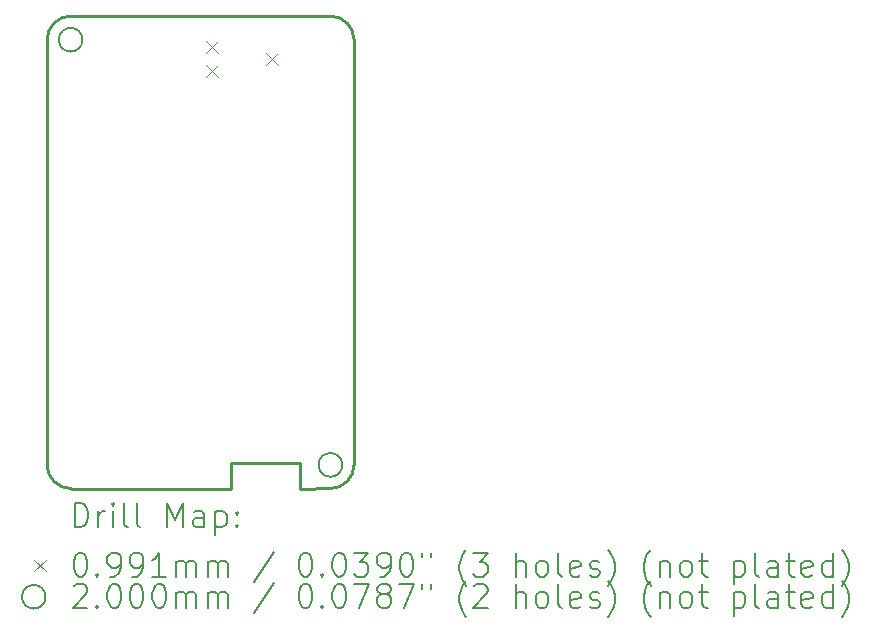
<source format=gbr>
%TF.GenerationSoftware,KiCad,Pcbnew,7.0.1*%
%TF.CreationDate,2024-08-21T14:43:36+02:00*%
%TF.ProjectId,renforce-ecg,72656e66-6f72-4636-952d-6563672e6b69,1*%
%TF.SameCoordinates,Original*%
%TF.FileFunction,Drillmap*%
%TF.FilePolarity,Positive*%
%FSLAX45Y45*%
G04 Gerber Fmt 4.5, Leading zero omitted, Abs format (unit mm)*
G04 Created by KiCad (PCBNEW 7.0.1) date 2024-08-21 14:43:36*
%MOMM*%
%LPD*%
G01*
G04 APERTURE LIST*
%ADD10C,0.254000*%
%ADD11C,0.200000*%
%ADD12C,0.099100*%
G04 APERTURE END LIST*
D10*
X5599997Y-2600198D02*
X5600000Y-6200000D01*
X5144400Y-6182950D02*
X4560000Y-6182950D01*
X5144400Y-6182950D02*
X5144400Y-6400000D01*
X3000304Y-6199700D02*
G75*
G03*
X3200000Y-6400000I201866J1560D01*
G01*
X5399700Y-6399700D02*
X5144400Y-6400000D01*
X5399700Y-6399696D02*
G75*
G03*
X5600000Y-6200000I-1560J201866D01*
G01*
X5400297Y-2399898D02*
X3791300Y-2399900D01*
X4560000Y-6400000D02*
X3200000Y-6400000D01*
X3000300Y-2600200D02*
X3000300Y-6199700D01*
X3200000Y-2400003D02*
G75*
G03*
X3000300Y-2600200I1560J-201257D01*
G01*
X3791300Y-2399900D02*
X3352900Y-2399900D01*
X3352900Y-2399900D02*
X3200000Y-2400000D01*
X4560000Y-6182950D02*
X4560000Y-6400000D01*
X5599988Y-2600198D02*
G75*
G03*
X5400297Y-2399898I-201868J-1562D01*
G01*
D11*
D12*
X4346953Y-2614552D02*
X4446053Y-2713652D01*
X4446053Y-2614552D02*
X4346953Y-2713652D01*
X4346953Y-2817752D02*
X4446053Y-2916852D01*
X4446053Y-2817752D02*
X4346953Y-2916852D01*
X4854953Y-2716152D02*
X4954053Y-2815252D01*
X4954053Y-2716152D02*
X4854953Y-2815252D01*
D11*
X3299997Y-2600198D02*
G75*
G03*
X3299997Y-2600198I-100000J0D01*
G01*
X5499697Y-6199998D02*
G75*
G03*
X5499697Y-6199998I-100000J0D01*
G01*
X3235219Y-6725224D02*
X3235219Y-6525224D01*
X3235219Y-6525224D02*
X3282838Y-6525224D01*
X3282838Y-6525224D02*
X3311409Y-6534748D01*
X3311409Y-6534748D02*
X3330457Y-6553795D01*
X3330457Y-6553795D02*
X3339981Y-6572843D01*
X3339981Y-6572843D02*
X3349505Y-6610938D01*
X3349505Y-6610938D02*
X3349505Y-6639509D01*
X3349505Y-6639509D02*
X3339981Y-6677605D01*
X3339981Y-6677605D02*
X3330457Y-6696652D01*
X3330457Y-6696652D02*
X3311409Y-6715700D01*
X3311409Y-6715700D02*
X3282838Y-6725224D01*
X3282838Y-6725224D02*
X3235219Y-6725224D01*
X3435219Y-6725224D02*
X3435219Y-6591890D01*
X3435219Y-6629986D02*
X3444743Y-6610938D01*
X3444743Y-6610938D02*
X3454267Y-6601414D01*
X3454267Y-6601414D02*
X3473314Y-6591890D01*
X3473314Y-6591890D02*
X3492362Y-6591890D01*
X3559028Y-6725224D02*
X3559028Y-6591890D01*
X3559028Y-6525224D02*
X3549505Y-6534748D01*
X3549505Y-6534748D02*
X3559028Y-6544271D01*
X3559028Y-6544271D02*
X3568552Y-6534748D01*
X3568552Y-6534748D02*
X3559028Y-6525224D01*
X3559028Y-6525224D02*
X3559028Y-6544271D01*
X3682838Y-6725224D02*
X3663790Y-6715700D01*
X3663790Y-6715700D02*
X3654267Y-6696652D01*
X3654267Y-6696652D02*
X3654267Y-6525224D01*
X3787600Y-6725224D02*
X3768552Y-6715700D01*
X3768552Y-6715700D02*
X3759028Y-6696652D01*
X3759028Y-6696652D02*
X3759028Y-6525224D01*
X4016171Y-6725224D02*
X4016171Y-6525224D01*
X4016171Y-6525224D02*
X4082838Y-6668081D01*
X4082838Y-6668081D02*
X4149505Y-6525224D01*
X4149505Y-6525224D02*
X4149505Y-6725224D01*
X4330457Y-6725224D02*
X4330457Y-6620462D01*
X4330457Y-6620462D02*
X4320933Y-6601414D01*
X4320933Y-6601414D02*
X4301886Y-6591890D01*
X4301886Y-6591890D02*
X4263790Y-6591890D01*
X4263790Y-6591890D02*
X4244743Y-6601414D01*
X4330457Y-6715700D02*
X4311410Y-6725224D01*
X4311410Y-6725224D02*
X4263790Y-6725224D01*
X4263790Y-6725224D02*
X4244743Y-6715700D01*
X4244743Y-6715700D02*
X4235219Y-6696652D01*
X4235219Y-6696652D02*
X4235219Y-6677605D01*
X4235219Y-6677605D02*
X4244743Y-6658557D01*
X4244743Y-6658557D02*
X4263790Y-6649033D01*
X4263790Y-6649033D02*
X4311410Y-6649033D01*
X4311410Y-6649033D02*
X4330457Y-6639509D01*
X4425695Y-6591890D02*
X4425695Y-6791890D01*
X4425695Y-6601414D02*
X4444743Y-6591890D01*
X4444743Y-6591890D02*
X4482838Y-6591890D01*
X4482838Y-6591890D02*
X4501886Y-6601414D01*
X4501886Y-6601414D02*
X4511410Y-6610938D01*
X4511410Y-6610938D02*
X4520933Y-6629986D01*
X4520933Y-6629986D02*
X4520933Y-6687128D01*
X4520933Y-6687128D02*
X4511410Y-6706176D01*
X4511410Y-6706176D02*
X4501886Y-6715700D01*
X4501886Y-6715700D02*
X4482838Y-6725224D01*
X4482838Y-6725224D02*
X4444743Y-6725224D01*
X4444743Y-6725224D02*
X4425695Y-6715700D01*
X4606648Y-6706176D02*
X4616171Y-6715700D01*
X4616171Y-6715700D02*
X4606648Y-6725224D01*
X4606648Y-6725224D02*
X4597124Y-6715700D01*
X4597124Y-6715700D02*
X4606648Y-6706176D01*
X4606648Y-6706176D02*
X4606648Y-6725224D01*
X4606648Y-6601414D02*
X4616171Y-6610938D01*
X4616171Y-6610938D02*
X4606648Y-6620462D01*
X4606648Y-6620462D02*
X4597124Y-6610938D01*
X4597124Y-6610938D02*
X4606648Y-6601414D01*
X4606648Y-6601414D02*
X4606648Y-6620462D01*
D12*
X2888500Y-7003150D02*
X2987600Y-7102250D01*
X2987600Y-7003150D02*
X2888500Y-7102250D01*
D11*
X3273314Y-6945224D02*
X3292362Y-6945224D01*
X3292362Y-6945224D02*
X3311409Y-6954748D01*
X3311409Y-6954748D02*
X3320933Y-6964271D01*
X3320933Y-6964271D02*
X3330457Y-6983319D01*
X3330457Y-6983319D02*
X3339981Y-7021414D01*
X3339981Y-7021414D02*
X3339981Y-7069033D01*
X3339981Y-7069033D02*
X3330457Y-7107128D01*
X3330457Y-7107128D02*
X3320933Y-7126176D01*
X3320933Y-7126176D02*
X3311409Y-7135700D01*
X3311409Y-7135700D02*
X3292362Y-7145224D01*
X3292362Y-7145224D02*
X3273314Y-7145224D01*
X3273314Y-7145224D02*
X3254267Y-7135700D01*
X3254267Y-7135700D02*
X3244743Y-7126176D01*
X3244743Y-7126176D02*
X3235219Y-7107128D01*
X3235219Y-7107128D02*
X3225695Y-7069033D01*
X3225695Y-7069033D02*
X3225695Y-7021414D01*
X3225695Y-7021414D02*
X3235219Y-6983319D01*
X3235219Y-6983319D02*
X3244743Y-6964271D01*
X3244743Y-6964271D02*
X3254267Y-6954748D01*
X3254267Y-6954748D02*
X3273314Y-6945224D01*
X3425695Y-7126176D02*
X3435219Y-7135700D01*
X3435219Y-7135700D02*
X3425695Y-7145224D01*
X3425695Y-7145224D02*
X3416171Y-7135700D01*
X3416171Y-7135700D02*
X3425695Y-7126176D01*
X3425695Y-7126176D02*
X3425695Y-7145224D01*
X3530457Y-7145224D02*
X3568552Y-7145224D01*
X3568552Y-7145224D02*
X3587600Y-7135700D01*
X3587600Y-7135700D02*
X3597124Y-7126176D01*
X3597124Y-7126176D02*
X3616171Y-7097605D01*
X3616171Y-7097605D02*
X3625695Y-7059509D01*
X3625695Y-7059509D02*
X3625695Y-6983319D01*
X3625695Y-6983319D02*
X3616171Y-6964271D01*
X3616171Y-6964271D02*
X3606648Y-6954748D01*
X3606648Y-6954748D02*
X3587600Y-6945224D01*
X3587600Y-6945224D02*
X3549505Y-6945224D01*
X3549505Y-6945224D02*
X3530457Y-6954748D01*
X3530457Y-6954748D02*
X3520933Y-6964271D01*
X3520933Y-6964271D02*
X3511409Y-6983319D01*
X3511409Y-6983319D02*
X3511409Y-7030938D01*
X3511409Y-7030938D02*
X3520933Y-7049986D01*
X3520933Y-7049986D02*
X3530457Y-7059509D01*
X3530457Y-7059509D02*
X3549505Y-7069033D01*
X3549505Y-7069033D02*
X3587600Y-7069033D01*
X3587600Y-7069033D02*
X3606648Y-7059509D01*
X3606648Y-7059509D02*
X3616171Y-7049986D01*
X3616171Y-7049986D02*
X3625695Y-7030938D01*
X3720933Y-7145224D02*
X3759028Y-7145224D01*
X3759028Y-7145224D02*
X3778076Y-7135700D01*
X3778076Y-7135700D02*
X3787600Y-7126176D01*
X3787600Y-7126176D02*
X3806648Y-7097605D01*
X3806648Y-7097605D02*
X3816171Y-7059509D01*
X3816171Y-7059509D02*
X3816171Y-6983319D01*
X3816171Y-6983319D02*
X3806648Y-6964271D01*
X3806648Y-6964271D02*
X3797124Y-6954748D01*
X3797124Y-6954748D02*
X3778076Y-6945224D01*
X3778076Y-6945224D02*
X3739981Y-6945224D01*
X3739981Y-6945224D02*
X3720933Y-6954748D01*
X3720933Y-6954748D02*
X3711409Y-6964271D01*
X3711409Y-6964271D02*
X3701886Y-6983319D01*
X3701886Y-6983319D02*
X3701886Y-7030938D01*
X3701886Y-7030938D02*
X3711409Y-7049986D01*
X3711409Y-7049986D02*
X3720933Y-7059509D01*
X3720933Y-7059509D02*
X3739981Y-7069033D01*
X3739981Y-7069033D02*
X3778076Y-7069033D01*
X3778076Y-7069033D02*
X3797124Y-7059509D01*
X3797124Y-7059509D02*
X3806648Y-7049986D01*
X3806648Y-7049986D02*
X3816171Y-7030938D01*
X4006648Y-7145224D02*
X3892362Y-7145224D01*
X3949505Y-7145224D02*
X3949505Y-6945224D01*
X3949505Y-6945224D02*
X3930457Y-6973795D01*
X3930457Y-6973795D02*
X3911409Y-6992843D01*
X3911409Y-6992843D02*
X3892362Y-7002367D01*
X4092362Y-7145224D02*
X4092362Y-7011890D01*
X4092362Y-7030938D02*
X4101886Y-7021414D01*
X4101886Y-7021414D02*
X4120933Y-7011890D01*
X4120933Y-7011890D02*
X4149505Y-7011890D01*
X4149505Y-7011890D02*
X4168552Y-7021414D01*
X4168552Y-7021414D02*
X4178076Y-7040462D01*
X4178076Y-7040462D02*
X4178076Y-7145224D01*
X4178076Y-7040462D02*
X4187600Y-7021414D01*
X4187600Y-7021414D02*
X4206648Y-7011890D01*
X4206648Y-7011890D02*
X4235219Y-7011890D01*
X4235219Y-7011890D02*
X4254267Y-7021414D01*
X4254267Y-7021414D02*
X4263791Y-7040462D01*
X4263791Y-7040462D02*
X4263791Y-7145224D01*
X4359029Y-7145224D02*
X4359029Y-7011890D01*
X4359029Y-7030938D02*
X4368552Y-7021414D01*
X4368552Y-7021414D02*
X4387600Y-7011890D01*
X4387600Y-7011890D02*
X4416172Y-7011890D01*
X4416172Y-7011890D02*
X4435219Y-7021414D01*
X4435219Y-7021414D02*
X4444743Y-7040462D01*
X4444743Y-7040462D02*
X4444743Y-7145224D01*
X4444743Y-7040462D02*
X4454267Y-7021414D01*
X4454267Y-7021414D02*
X4473314Y-7011890D01*
X4473314Y-7011890D02*
X4501886Y-7011890D01*
X4501886Y-7011890D02*
X4520933Y-7021414D01*
X4520933Y-7021414D02*
X4530457Y-7040462D01*
X4530457Y-7040462D02*
X4530457Y-7145224D01*
X4920933Y-6935700D02*
X4749505Y-7192843D01*
X5178076Y-6945224D02*
X5197124Y-6945224D01*
X5197124Y-6945224D02*
X5216172Y-6954748D01*
X5216172Y-6954748D02*
X5225695Y-6964271D01*
X5225695Y-6964271D02*
X5235219Y-6983319D01*
X5235219Y-6983319D02*
X5244743Y-7021414D01*
X5244743Y-7021414D02*
X5244743Y-7069033D01*
X5244743Y-7069033D02*
X5235219Y-7107128D01*
X5235219Y-7107128D02*
X5225695Y-7126176D01*
X5225695Y-7126176D02*
X5216172Y-7135700D01*
X5216172Y-7135700D02*
X5197124Y-7145224D01*
X5197124Y-7145224D02*
X5178076Y-7145224D01*
X5178076Y-7145224D02*
X5159029Y-7135700D01*
X5159029Y-7135700D02*
X5149505Y-7126176D01*
X5149505Y-7126176D02*
X5139981Y-7107128D01*
X5139981Y-7107128D02*
X5130457Y-7069033D01*
X5130457Y-7069033D02*
X5130457Y-7021414D01*
X5130457Y-7021414D02*
X5139981Y-6983319D01*
X5139981Y-6983319D02*
X5149505Y-6964271D01*
X5149505Y-6964271D02*
X5159029Y-6954748D01*
X5159029Y-6954748D02*
X5178076Y-6945224D01*
X5330457Y-7126176D02*
X5339981Y-7135700D01*
X5339981Y-7135700D02*
X5330457Y-7145224D01*
X5330457Y-7145224D02*
X5320934Y-7135700D01*
X5320934Y-7135700D02*
X5330457Y-7126176D01*
X5330457Y-7126176D02*
X5330457Y-7145224D01*
X5463791Y-6945224D02*
X5482838Y-6945224D01*
X5482838Y-6945224D02*
X5501886Y-6954748D01*
X5501886Y-6954748D02*
X5511410Y-6964271D01*
X5511410Y-6964271D02*
X5520934Y-6983319D01*
X5520934Y-6983319D02*
X5530457Y-7021414D01*
X5530457Y-7021414D02*
X5530457Y-7069033D01*
X5530457Y-7069033D02*
X5520934Y-7107128D01*
X5520934Y-7107128D02*
X5511410Y-7126176D01*
X5511410Y-7126176D02*
X5501886Y-7135700D01*
X5501886Y-7135700D02*
X5482838Y-7145224D01*
X5482838Y-7145224D02*
X5463791Y-7145224D01*
X5463791Y-7145224D02*
X5444743Y-7135700D01*
X5444743Y-7135700D02*
X5435219Y-7126176D01*
X5435219Y-7126176D02*
X5425695Y-7107128D01*
X5425695Y-7107128D02*
X5416172Y-7069033D01*
X5416172Y-7069033D02*
X5416172Y-7021414D01*
X5416172Y-7021414D02*
X5425695Y-6983319D01*
X5425695Y-6983319D02*
X5435219Y-6964271D01*
X5435219Y-6964271D02*
X5444743Y-6954748D01*
X5444743Y-6954748D02*
X5463791Y-6945224D01*
X5597124Y-6945224D02*
X5720933Y-6945224D01*
X5720933Y-6945224D02*
X5654267Y-7021414D01*
X5654267Y-7021414D02*
X5682838Y-7021414D01*
X5682838Y-7021414D02*
X5701886Y-7030938D01*
X5701886Y-7030938D02*
X5711410Y-7040462D01*
X5711410Y-7040462D02*
X5720933Y-7059509D01*
X5720933Y-7059509D02*
X5720933Y-7107128D01*
X5720933Y-7107128D02*
X5711410Y-7126176D01*
X5711410Y-7126176D02*
X5701886Y-7135700D01*
X5701886Y-7135700D02*
X5682838Y-7145224D01*
X5682838Y-7145224D02*
X5625695Y-7145224D01*
X5625695Y-7145224D02*
X5606648Y-7135700D01*
X5606648Y-7135700D02*
X5597124Y-7126176D01*
X5816172Y-7145224D02*
X5854267Y-7145224D01*
X5854267Y-7145224D02*
X5873314Y-7135700D01*
X5873314Y-7135700D02*
X5882838Y-7126176D01*
X5882838Y-7126176D02*
X5901886Y-7097605D01*
X5901886Y-7097605D02*
X5911410Y-7059509D01*
X5911410Y-7059509D02*
X5911410Y-6983319D01*
X5911410Y-6983319D02*
X5901886Y-6964271D01*
X5901886Y-6964271D02*
X5892362Y-6954748D01*
X5892362Y-6954748D02*
X5873314Y-6945224D01*
X5873314Y-6945224D02*
X5835219Y-6945224D01*
X5835219Y-6945224D02*
X5816172Y-6954748D01*
X5816172Y-6954748D02*
X5806648Y-6964271D01*
X5806648Y-6964271D02*
X5797124Y-6983319D01*
X5797124Y-6983319D02*
X5797124Y-7030938D01*
X5797124Y-7030938D02*
X5806648Y-7049986D01*
X5806648Y-7049986D02*
X5816172Y-7059509D01*
X5816172Y-7059509D02*
X5835219Y-7069033D01*
X5835219Y-7069033D02*
X5873314Y-7069033D01*
X5873314Y-7069033D02*
X5892362Y-7059509D01*
X5892362Y-7059509D02*
X5901886Y-7049986D01*
X5901886Y-7049986D02*
X5911410Y-7030938D01*
X6035219Y-6945224D02*
X6054267Y-6945224D01*
X6054267Y-6945224D02*
X6073314Y-6954748D01*
X6073314Y-6954748D02*
X6082838Y-6964271D01*
X6082838Y-6964271D02*
X6092362Y-6983319D01*
X6092362Y-6983319D02*
X6101886Y-7021414D01*
X6101886Y-7021414D02*
X6101886Y-7069033D01*
X6101886Y-7069033D02*
X6092362Y-7107128D01*
X6092362Y-7107128D02*
X6082838Y-7126176D01*
X6082838Y-7126176D02*
X6073314Y-7135700D01*
X6073314Y-7135700D02*
X6054267Y-7145224D01*
X6054267Y-7145224D02*
X6035219Y-7145224D01*
X6035219Y-7145224D02*
X6016172Y-7135700D01*
X6016172Y-7135700D02*
X6006648Y-7126176D01*
X6006648Y-7126176D02*
X5997124Y-7107128D01*
X5997124Y-7107128D02*
X5987600Y-7069033D01*
X5987600Y-7069033D02*
X5987600Y-7021414D01*
X5987600Y-7021414D02*
X5997124Y-6983319D01*
X5997124Y-6983319D02*
X6006648Y-6964271D01*
X6006648Y-6964271D02*
X6016172Y-6954748D01*
X6016172Y-6954748D02*
X6035219Y-6945224D01*
X6178076Y-6945224D02*
X6178076Y-6983319D01*
X6254267Y-6945224D02*
X6254267Y-6983319D01*
X6549505Y-7221414D02*
X6539981Y-7211890D01*
X6539981Y-7211890D02*
X6520934Y-7183319D01*
X6520934Y-7183319D02*
X6511410Y-7164271D01*
X6511410Y-7164271D02*
X6501886Y-7135700D01*
X6501886Y-7135700D02*
X6492362Y-7088081D01*
X6492362Y-7088081D02*
X6492362Y-7049986D01*
X6492362Y-7049986D02*
X6501886Y-7002367D01*
X6501886Y-7002367D02*
X6511410Y-6973795D01*
X6511410Y-6973795D02*
X6520934Y-6954748D01*
X6520934Y-6954748D02*
X6539981Y-6926176D01*
X6539981Y-6926176D02*
X6549505Y-6916652D01*
X6606648Y-6945224D02*
X6730457Y-6945224D01*
X6730457Y-6945224D02*
X6663791Y-7021414D01*
X6663791Y-7021414D02*
X6692362Y-7021414D01*
X6692362Y-7021414D02*
X6711410Y-7030938D01*
X6711410Y-7030938D02*
X6720934Y-7040462D01*
X6720934Y-7040462D02*
X6730457Y-7059509D01*
X6730457Y-7059509D02*
X6730457Y-7107128D01*
X6730457Y-7107128D02*
X6720934Y-7126176D01*
X6720934Y-7126176D02*
X6711410Y-7135700D01*
X6711410Y-7135700D02*
X6692362Y-7145224D01*
X6692362Y-7145224D02*
X6635219Y-7145224D01*
X6635219Y-7145224D02*
X6616172Y-7135700D01*
X6616172Y-7135700D02*
X6606648Y-7126176D01*
X6968553Y-7145224D02*
X6968553Y-6945224D01*
X7054267Y-7145224D02*
X7054267Y-7040462D01*
X7054267Y-7040462D02*
X7044743Y-7021414D01*
X7044743Y-7021414D02*
X7025696Y-7011890D01*
X7025696Y-7011890D02*
X6997124Y-7011890D01*
X6997124Y-7011890D02*
X6978076Y-7021414D01*
X6978076Y-7021414D02*
X6968553Y-7030938D01*
X7178076Y-7145224D02*
X7159029Y-7135700D01*
X7159029Y-7135700D02*
X7149505Y-7126176D01*
X7149505Y-7126176D02*
X7139981Y-7107128D01*
X7139981Y-7107128D02*
X7139981Y-7049986D01*
X7139981Y-7049986D02*
X7149505Y-7030938D01*
X7149505Y-7030938D02*
X7159029Y-7021414D01*
X7159029Y-7021414D02*
X7178076Y-7011890D01*
X7178076Y-7011890D02*
X7206648Y-7011890D01*
X7206648Y-7011890D02*
X7225696Y-7021414D01*
X7225696Y-7021414D02*
X7235219Y-7030938D01*
X7235219Y-7030938D02*
X7244743Y-7049986D01*
X7244743Y-7049986D02*
X7244743Y-7107128D01*
X7244743Y-7107128D02*
X7235219Y-7126176D01*
X7235219Y-7126176D02*
X7225696Y-7135700D01*
X7225696Y-7135700D02*
X7206648Y-7145224D01*
X7206648Y-7145224D02*
X7178076Y-7145224D01*
X7359029Y-7145224D02*
X7339981Y-7135700D01*
X7339981Y-7135700D02*
X7330457Y-7116652D01*
X7330457Y-7116652D02*
X7330457Y-6945224D01*
X7511410Y-7135700D02*
X7492362Y-7145224D01*
X7492362Y-7145224D02*
X7454267Y-7145224D01*
X7454267Y-7145224D02*
X7435219Y-7135700D01*
X7435219Y-7135700D02*
X7425696Y-7116652D01*
X7425696Y-7116652D02*
X7425696Y-7040462D01*
X7425696Y-7040462D02*
X7435219Y-7021414D01*
X7435219Y-7021414D02*
X7454267Y-7011890D01*
X7454267Y-7011890D02*
X7492362Y-7011890D01*
X7492362Y-7011890D02*
X7511410Y-7021414D01*
X7511410Y-7021414D02*
X7520934Y-7040462D01*
X7520934Y-7040462D02*
X7520934Y-7059509D01*
X7520934Y-7059509D02*
X7425696Y-7078557D01*
X7597124Y-7135700D02*
X7616172Y-7145224D01*
X7616172Y-7145224D02*
X7654267Y-7145224D01*
X7654267Y-7145224D02*
X7673315Y-7135700D01*
X7673315Y-7135700D02*
X7682838Y-7116652D01*
X7682838Y-7116652D02*
X7682838Y-7107128D01*
X7682838Y-7107128D02*
X7673315Y-7088081D01*
X7673315Y-7088081D02*
X7654267Y-7078557D01*
X7654267Y-7078557D02*
X7625696Y-7078557D01*
X7625696Y-7078557D02*
X7606648Y-7069033D01*
X7606648Y-7069033D02*
X7597124Y-7049986D01*
X7597124Y-7049986D02*
X7597124Y-7040462D01*
X7597124Y-7040462D02*
X7606648Y-7021414D01*
X7606648Y-7021414D02*
X7625696Y-7011890D01*
X7625696Y-7011890D02*
X7654267Y-7011890D01*
X7654267Y-7011890D02*
X7673315Y-7021414D01*
X7749505Y-7221414D02*
X7759029Y-7211890D01*
X7759029Y-7211890D02*
X7778077Y-7183319D01*
X7778077Y-7183319D02*
X7787600Y-7164271D01*
X7787600Y-7164271D02*
X7797124Y-7135700D01*
X7797124Y-7135700D02*
X7806648Y-7088081D01*
X7806648Y-7088081D02*
X7806648Y-7049986D01*
X7806648Y-7049986D02*
X7797124Y-7002367D01*
X7797124Y-7002367D02*
X7787600Y-6973795D01*
X7787600Y-6973795D02*
X7778077Y-6954748D01*
X7778077Y-6954748D02*
X7759029Y-6926176D01*
X7759029Y-6926176D02*
X7749505Y-6916652D01*
X8111410Y-7221414D02*
X8101886Y-7211890D01*
X8101886Y-7211890D02*
X8082838Y-7183319D01*
X8082838Y-7183319D02*
X8073315Y-7164271D01*
X8073315Y-7164271D02*
X8063791Y-7135700D01*
X8063791Y-7135700D02*
X8054267Y-7088081D01*
X8054267Y-7088081D02*
X8054267Y-7049986D01*
X8054267Y-7049986D02*
X8063791Y-7002367D01*
X8063791Y-7002367D02*
X8073315Y-6973795D01*
X8073315Y-6973795D02*
X8082838Y-6954748D01*
X8082838Y-6954748D02*
X8101886Y-6926176D01*
X8101886Y-6926176D02*
X8111410Y-6916652D01*
X8187600Y-7011890D02*
X8187600Y-7145224D01*
X8187600Y-7030938D02*
X8197124Y-7021414D01*
X8197124Y-7021414D02*
X8216172Y-7011890D01*
X8216172Y-7011890D02*
X8244743Y-7011890D01*
X8244743Y-7011890D02*
X8263791Y-7021414D01*
X8263791Y-7021414D02*
X8273315Y-7040462D01*
X8273315Y-7040462D02*
X8273315Y-7145224D01*
X8397124Y-7145224D02*
X8378077Y-7135700D01*
X8378077Y-7135700D02*
X8368553Y-7126176D01*
X8368553Y-7126176D02*
X8359029Y-7107128D01*
X8359029Y-7107128D02*
X8359029Y-7049986D01*
X8359029Y-7049986D02*
X8368553Y-7030938D01*
X8368553Y-7030938D02*
X8378077Y-7021414D01*
X8378077Y-7021414D02*
X8397124Y-7011890D01*
X8397124Y-7011890D02*
X8425696Y-7011890D01*
X8425696Y-7011890D02*
X8444743Y-7021414D01*
X8444743Y-7021414D02*
X8454267Y-7030938D01*
X8454267Y-7030938D02*
X8463791Y-7049986D01*
X8463791Y-7049986D02*
X8463791Y-7107128D01*
X8463791Y-7107128D02*
X8454267Y-7126176D01*
X8454267Y-7126176D02*
X8444743Y-7135700D01*
X8444743Y-7135700D02*
X8425696Y-7145224D01*
X8425696Y-7145224D02*
X8397124Y-7145224D01*
X8520934Y-7011890D02*
X8597124Y-7011890D01*
X8549505Y-6945224D02*
X8549505Y-7116652D01*
X8549505Y-7116652D02*
X8559029Y-7135700D01*
X8559029Y-7135700D02*
X8578077Y-7145224D01*
X8578077Y-7145224D02*
X8597124Y-7145224D01*
X8816172Y-7011890D02*
X8816172Y-7211890D01*
X8816172Y-7021414D02*
X8835220Y-7011890D01*
X8835220Y-7011890D02*
X8873315Y-7011890D01*
X8873315Y-7011890D02*
X8892362Y-7021414D01*
X8892362Y-7021414D02*
X8901886Y-7030938D01*
X8901886Y-7030938D02*
X8911410Y-7049986D01*
X8911410Y-7049986D02*
X8911410Y-7107128D01*
X8911410Y-7107128D02*
X8901886Y-7126176D01*
X8901886Y-7126176D02*
X8892362Y-7135700D01*
X8892362Y-7135700D02*
X8873315Y-7145224D01*
X8873315Y-7145224D02*
X8835220Y-7145224D01*
X8835220Y-7145224D02*
X8816172Y-7135700D01*
X9025696Y-7145224D02*
X9006648Y-7135700D01*
X9006648Y-7135700D02*
X8997124Y-7116652D01*
X8997124Y-7116652D02*
X8997124Y-6945224D01*
X9187601Y-7145224D02*
X9187601Y-7040462D01*
X9187601Y-7040462D02*
X9178077Y-7021414D01*
X9178077Y-7021414D02*
X9159029Y-7011890D01*
X9159029Y-7011890D02*
X9120934Y-7011890D01*
X9120934Y-7011890D02*
X9101886Y-7021414D01*
X9187601Y-7135700D02*
X9168553Y-7145224D01*
X9168553Y-7145224D02*
X9120934Y-7145224D01*
X9120934Y-7145224D02*
X9101886Y-7135700D01*
X9101886Y-7135700D02*
X9092362Y-7116652D01*
X9092362Y-7116652D02*
X9092362Y-7097605D01*
X9092362Y-7097605D02*
X9101886Y-7078557D01*
X9101886Y-7078557D02*
X9120934Y-7069033D01*
X9120934Y-7069033D02*
X9168553Y-7069033D01*
X9168553Y-7069033D02*
X9187601Y-7059509D01*
X9254267Y-7011890D02*
X9330458Y-7011890D01*
X9282839Y-6945224D02*
X9282839Y-7116652D01*
X9282839Y-7116652D02*
X9292362Y-7135700D01*
X9292362Y-7135700D02*
X9311410Y-7145224D01*
X9311410Y-7145224D02*
X9330458Y-7145224D01*
X9473315Y-7135700D02*
X9454267Y-7145224D01*
X9454267Y-7145224D02*
X9416172Y-7145224D01*
X9416172Y-7145224D02*
X9397124Y-7135700D01*
X9397124Y-7135700D02*
X9387601Y-7116652D01*
X9387601Y-7116652D02*
X9387601Y-7040462D01*
X9387601Y-7040462D02*
X9397124Y-7021414D01*
X9397124Y-7021414D02*
X9416172Y-7011890D01*
X9416172Y-7011890D02*
X9454267Y-7011890D01*
X9454267Y-7011890D02*
X9473315Y-7021414D01*
X9473315Y-7021414D02*
X9482839Y-7040462D01*
X9482839Y-7040462D02*
X9482839Y-7059509D01*
X9482839Y-7059509D02*
X9387601Y-7078557D01*
X9654267Y-7145224D02*
X9654267Y-6945224D01*
X9654267Y-7135700D02*
X9635220Y-7145224D01*
X9635220Y-7145224D02*
X9597124Y-7145224D01*
X9597124Y-7145224D02*
X9578077Y-7135700D01*
X9578077Y-7135700D02*
X9568553Y-7126176D01*
X9568553Y-7126176D02*
X9559029Y-7107128D01*
X9559029Y-7107128D02*
X9559029Y-7049986D01*
X9559029Y-7049986D02*
X9568553Y-7030938D01*
X9568553Y-7030938D02*
X9578077Y-7021414D01*
X9578077Y-7021414D02*
X9597124Y-7011890D01*
X9597124Y-7011890D02*
X9635220Y-7011890D01*
X9635220Y-7011890D02*
X9654267Y-7021414D01*
X9730458Y-7221414D02*
X9739982Y-7211890D01*
X9739982Y-7211890D02*
X9759029Y-7183319D01*
X9759029Y-7183319D02*
X9768553Y-7164271D01*
X9768553Y-7164271D02*
X9778077Y-7135700D01*
X9778077Y-7135700D02*
X9787601Y-7088081D01*
X9787601Y-7088081D02*
X9787601Y-7049986D01*
X9787601Y-7049986D02*
X9778077Y-7002367D01*
X9778077Y-7002367D02*
X9768553Y-6973795D01*
X9768553Y-6973795D02*
X9759029Y-6954748D01*
X9759029Y-6954748D02*
X9739982Y-6926176D01*
X9739982Y-6926176D02*
X9730458Y-6916652D01*
X2987600Y-7316700D02*
G75*
G03*
X2987600Y-7316700I-100000J0D01*
G01*
X3225695Y-7228271D02*
X3235219Y-7218748D01*
X3235219Y-7218748D02*
X3254267Y-7209224D01*
X3254267Y-7209224D02*
X3301886Y-7209224D01*
X3301886Y-7209224D02*
X3320933Y-7218748D01*
X3320933Y-7218748D02*
X3330457Y-7228271D01*
X3330457Y-7228271D02*
X3339981Y-7247319D01*
X3339981Y-7247319D02*
X3339981Y-7266367D01*
X3339981Y-7266367D02*
X3330457Y-7294938D01*
X3330457Y-7294938D02*
X3216171Y-7409224D01*
X3216171Y-7409224D02*
X3339981Y-7409224D01*
X3425695Y-7390176D02*
X3435219Y-7399700D01*
X3435219Y-7399700D02*
X3425695Y-7409224D01*
X3425695Y-7409224D02*
X3416171Y-7399700D01*
X3416171Y-7399700D02*
X3425695Y-7390176D01*
X3425695Y-7390176D02*
X3425695Y-7409224D01*
X3559028Y-7209224D02*
X3578076Y-7209224D01*
X3578076Y-7209224D02*
X3597124Y-7218748D01*
X3597124Y-7218748D02*
X3606648Y-7228271D01*
X3606648Y-7228271D02*
X3616171Y-7247319D01*
X3616171Y-7247319D02*
X3625695Y-7285414D01*
X3625695Y-7285414D02*
X3625695Y-7333033D01*
X3625695Y-7333033D02*
X3616171Y-7371128D01*
X3616171Y-7371128D02*
X3606648Y-7390176D01*
X3606648Y-7390176D02*
X3597124Y-7399700D01*
X3597124Y-7399700D02*
X3578076Y-7409224D01*
X3578076Y-7409224D02*
X3559028Y-7409224D01*
X3559028Y-7409224D02*
X3539981Y-7399700D01*
X3539981Y-7399700D02*
X3530457Y-7390176D01*
X3530457Y-7390176D02*
X3520933Y-7371128D01*
X3520933Y-7371128D02*
X3511409Y-7333033D01*
X3511409Y-7333033D02*
X3511409Y-7285414D01*
X3511409Y-7285414D02*
X3520933Y-7247319D01*
X3520933Y-7247319D02*
X3530457Y-7228271D01*
X3530457Y-7228271D02*
X3539981Y-7218748D01*
X3539981Y-7218748D02*
X3559028Y-7209224D01*
X3749505Y-7209224D02*
X3768552Y-7209224D01*
X3768552Y-7209224D02*
X3787600Y-7218748D01*
X3787600Y-7218748D02*
X3797124Y-7228271D01*
X3797124Y-7228271D02*
X3806648Y-7247319D01*
X3806648Y-7247319D02*
X3816171Y-7285414D01*
X3816171Y-7285414D02*
X3816171Y-7333033D01*
X3816171Y-7333033D02*
X3806648Y-7371128D01*
X3806648Y-7371128D02*
X3797124Y-7390176D01*
X3797124Y-7390176D02*
X3787600Y-7399700D01*
X3787600Y-7399700D02*
X3768552Y-7409224D01*
X3768552Y-7409224D02*
X3749505Y-7409224D01*
X3749505Y-7409224D02*
X3730457Y-7399700D01*
X3730457Y-7399700D02*
X3720933Y-7390176D01*
X3720933Y-7390176D02*
X3711409Y-7371128D01*
X3711409Y-7371128D02*
X3701886Y-7333033D01*
X3701886Y-7333033D02*
X3701886Y-7285414D01*
X3701886Y-7285414D02*
X3711409Y-7247319D01*
X3711409Y-7247319D02*
X3720933Y-7228271D01*
X3720933Y-7228271D02*
X3730457Y-7218748D01*
X3730457Y-7218748D02*
X3749505Y-7209224D01*
X3939981Y-7209224D02*
X3959029Y-7209224D01*
X3959029Y-7209224D02*
X3978076Y-7218748D01*
X3978076Y-7218748D02*
X3987600Y-7228271D01*
X3987600Y-7228271D02*
X3997124Y-7247319D01*
X3997124Y-7247319D02*
X4006648Y-7285414D01*
X4006648Y-7285414D02*
X4006648Y-7333033D01*
X4006648Y-7333033D02*
X3997124Y-7371128D01*
X3997124Y-7371128D02*
X3987600Y-7390176D01*
X3987600Y-7390176D02*
X3978076Y-7399700D01*
X3978076Y-7399700D02*
X3959029Y-7409224D01*
X3959029Y-7409224D02*
X3939981Y-7409224D01*
X3939981Y-7409224D02*
X3920933Y-7399700D01*
X3920933Y-7399700D02*
X3911409Y-7390176D01*
X3911409Y-7390176D02*
X3901886Y-7371128D01*
X3901886Y-7371128D02*
X3892362Y-7333033D01*
X3892362Y-7333033D02*
X3892362Y-7285414D01*
X3892362Y-7285414D02*
X3901886Y-7247319D01*
X3901886Y-7247319D02*
X3911409Y-7228271D01*
X3911409Y-7228271D02*
X3920933Y-7218748D01*
X3920933Y-7218748D02*
X3939981Y-7209224D01*
X4092362Y-7409224D02*
X4092362Y-7275890D01*
X4092362Y-7294938D02*
X4101886Y-7285414D01*
X4101886Y-7285414D02*
X4120933Y-7275890D01*
X4120933Y-7275890D02*
X4149505Y-7275890D01*
X4149505Y-7275890D02*
X4168552Y-7285414D01*
X4168552Y-7285414D02*
X4178076Y-7304462D01*
X4178076Y-7304462D02*
X4178076Y-7409224D01*
X4178076Y-7304462D02*
X4187600Y-7285414D01*
X4187600Y-7285414D02*
X4206648Y-7275890D01*
X4206648Y-7275890D02*
X4235219Y-7275890D01*
X4235219Y-7275890D02*
X4254267Y-7285414D01*
X4254267Y-7285414D02*
X4263791Y-7304462D01*
X4263791Y-7304462D02*
X4263791Y-7409224D01*
X4359029Y-7409224D02*
X4359029Y-7275890D01*
X4359029Y-7294938D02*
X4368552Y-7285414D01*
X4368552Y-7285414D02*
X4387600Y-7275890D01*
X4387600Y-7275890D02*
X4416172Y-7275890D01*
X4416172Y-7275890D02*
X4435219Y-7285414D01*
X4435219Y-7285414D02*
X4444743Y-7304462D01*
X4444743Y-7304462D02*
X4444743Y-7409224D01*
X4444743Y-7304462D02*
X4454267Y-7285414D01*
X4454267Y-7285414D02*
X4473314Y-7275890D01*
X4473314Y-7275890D02*
X4501886Y-7275890D01*
X4501886Y-7275890D02*
X4520933Y-7285414D01*
X4520933Y-7285414D02*
X4530457Y-7304462D01*
X4530457Y-7304462D02*
X4530457Y-7409224D01*
X4920933Y-7199700D02*
X4749505Y-7456843D01*
X5178076Y-7209224D02*
X5197124Y-7209224D01*
X5197124Y-7209224D02*
X5216172Y-7218748D01*
X5216172Y-7218748D02*
X5225695Y-7228271D01*
X5225695Y-7228271D02*
X5235219Y-7247319D01*
X5235219Y-7247319D02*
X5244743Y-7285414D01*
X5244743Y-7285414D02*
X5244743Y-7333033D01*
X5244743Y-7333033D02*
X5235219Y-7371128D01*
X5235219Y-7371128D02*
X5225695Y-7390176D01*
X5225695Y-7390176D02*
X5216172Y-7399700D01*
X5216172Y-7399700D02*
X5197124Y-7409224D01*
X5197124Y-7409224D02*
X5178076Y-7409224D01*
X5178076Y-7409224D02*
X5159029Y-7399700D01*
X5159029Y-7399700D02*
X5149505Y-7390176D01*
X5149505Y-7390176D02*
X5139981Y-7371128D01*
X5139981Y-7371128D02*
X5130457Y-7333033D01*
X5130457Y-7333033D02*
X5130457Y-7285414D01*
X5130457Y-7285414D02*
X5139981Y-7247319D01*
X5139981Y-7247319D02*
X5149505Y-7228271D01*
X5149505Y-7228271D02*
X5159029Y-7218748D01*
X5159029Y-7218748D02*
X5178076Y-7209224D01*
X5330457Y-7390176D02*
X5339981Y-7399700D01*
X5339981Y-7399700D02*
X5330457Y-7409224D01*
X5330457Y-7409224D02*
X5320934Y-7399700D01*
X5320934Y-7399700D02*
X5330457Y-7390176D01*
X5330457Y-7390176D02*
X5330457Y-7409224D01*
X5463791Y-7209224D02*
X5482838Y-7209224D01*
X5482838Y-7209224D02*
X5501886Y-7218748D01*
X5501886Y-7218748D02*
X5511410Y-7228271D01*
X5511410Y-7228271D02*
X5520934Y-7247319D01*
X5520934Y-7247319D02*
X5530457Y-7285414D01*
X5530457Y-7285414D02*
X5530457Y-7333033D01*
X5530457Y-7333033D02*
X5520934Y-7371128D01*
X5520934Y-7371128D02*
X5511410Y-7390176D01*
X5511410Y-7390176D02*
X5501886Y-7399700D01*
X5501886Y-7399700D02*
X5482838Y-7409224D01*
X5482838Y-7409224D02*
X5463791Y-7409224D01*
X5463791Y-7409224D02*
X5444743Y-7399700D01*
X5444743Y-7399700D02*
X5435219Y-7390176D01*
X5435219Y-7390176D02*
X5425695Y-7371128D01*
X5425695Y-7371128D02*
X5416172Y-7333033D01*
X5416172Y-7333033D02*
X5416172Y-7285414D01*
X5416172Y-7285414D02*
X5425695Y-7247319D01*
X5425695Y-7247319D02*
X5435219Y-7228271D01*
X5435219Y-7228271D02*
X5444743Y-7218748D01*
X5444743Y-7218748D02*
X5463791Y-7209224D01*
X5597124Y-7209224D02*
X5730457Y-7209224D01*
X5730457Y-7209224D02*
X5644743Y-7409224D01*
X5835219Y-7294938D02*
X5816172Y-7285414D01*
X5816172Y-7285414D02*
X5806648Y-7275890D01*
X5806648Y-7275890D02*
X5797124Y-7256843D01*
X5797124Y-7256843D02*
X5797124Y-7247319D01*
X5797124Y-7247319D02*
X5806648Y-7228271D01*
X5806648Y-7228271D02*
X5816172Y-7218748D01*
X5816172Y-7218748D02*
X5835219Y-7209224D01*
X5835219Y-7209224D02*
X5873314Y-7209224D01*
X5873314Y-7209224D02*
X5892362Y-7218748D01*
X5892362Y-7218748D02*
X5901886Y-7228271D01*
X5901886Y-7228271D02*
X5911410Y-7247319D01*
X5911410Y-7247319D02*
X5911410Y-7256843D01*
X5911410Y-7256843D02*
X5901886Y-7275890D01*
X5901886Y-7275890D02*
X5892362Y-7285414D01*
X5892362Y-7285414D02*
X5873314Y-7294938D01*
X5873314Y-7294938D02*
X5835219Y-7294938D01*
X5835219Y-7294938D02*
X5816172Y-7304462D01*
X5816172Y-7304462D02*
X5806648Y-7313986D01*
X5806648Y-7313986D02*
X5797124Y-7333033D01*
X5797124Y-7333033D02*
X5797124Y-7371128D01*
X5797124Y-7371128D02*
X5806648Y-7390176D01*
X5806648Y-7390176D02*
X5816172Y-7399700D01*
X5816172Y-7399700D02*
X5835219Y-7409224D01*
X5835219Y-7409224D02*
X5873314Y-7409224D01*
X5873314Y-7409224D02*
X5892362Y-7399700D01*
X5892362Y-7399700D02*
X5901886Y-7390176D01*
X5901886Y-7390176D02*
X5911410Y-7371128D01*
X5911410Y-7371128D02*
X5911410Y-7333033D01*
X5911410Y-7333033D02*
X5901886Y-7313986D01*
X5901886Y-7313986D02*
X5892362Y-7304462D01*
X5892362Y-7304462D02*
X5873314Y-7294938D01*
X5978076Y-7209224D02*
X6111410Y-7209224D01*
X6111410Y-7209224D02*
X6025695Y-7409224D01*
X6178076Y-7209224D02*
X6178076Y-7247319D01*
X6254267Y-7209224D02*
X6254267Y-7247319D01*
X6549505Y-7485414D02*
X6539981Y-7475890D01*
X6539981Y-7475890D02*
X6520934Y-7447319D01*
X6520934Y-7447319D02*
X6511410Y-7428271D01*
X6511410Y-7428271D02*
X6501886Y-7399700D01*
X6501886Y-7399700D02*
X6492362Y-7352081D01*
X6492362Y-7352081D02*
X6492362Y-7313986D01*
X6492362Y-7313986D02*
X6501886Y-7266367D01*
X6501886Y-7266367D02*
X6511410Y-7237795D01*
X6511410Y-7237795D02*
X6520934Y-7218748D01*
X6520934Y-7218748D02*
X6539981Y-7190176D01*
X6539981Y-7190176D02*
X6549505Y-7180652D01*
X6616172Y-7228271D02*
X6625695Y-7218748D01*
X6625695Y-7218748D02*
X6644743Y-7209224D01*
X6644743Y-7209224D02*
X6692362Y-7209224D01*
X6692362Y-7209224D02*
X6711410Y-7218748D01*
X6711410Y-7218748D02*
X6720934Y-7228271D01*
X6720934Y-7228271D02*
X6730457Y-7247319D01*
X6730457Y-7247319D02*
X6730457Y-7266367D01*
X6730457Y-7266367D02*
X6720934Y-7294938D01*
X6720934Y-7294938D02*
X6606648Y-7409224D01*
X6606648Y-7409224D02*
X6730457Y-7409224D01*
X6968553Y-7409224D02*
X6968553Y-7209224D01*
X7054267Y-7409224D02*
X7054267Y-7304462D01*
X7054267Y-7304462D02*
X7044743Y-7285414D01*
X7044743Y-7285414D02*
X7025696Y-7275890D01*
X7025696Y-7275890D02*
X6997124Y-7275890D01*
X6997124Y-7275890D02*
X6978076Y-7285414D01*
X6978076Y-7285414D02*
X6968553Y-7294938D01*
X7178076Y-7409224D02*
X7159029Y-7399700D01*
X7159029Y-7399700D02*
X7149505Y-7390176D01*
X7149505Y-7390176D02*
X7139981Y-7371128D01*
X7139981Y-7371128D02*
X7139981Y-7313986D01*
X7139981Y-7313986D02*
X7149505Y-7294938D01*
X7149505Y-7294938D02*
X7159029Y-7285414D01*
X7159029Y-7285414D02*
X7178076Y-7275890D01*
X7178076Y-7275890D02*
X7206648Y-7275890D01*
X7206648Y-7275890D02*
X7225696Y-7285414D01*
X7225696Y-7285414D02*
X7235219Y-7294938D01*
X7235219Y-7294938D02*
X7244743Y-7313986D01*
X7244743Y-7313986D02*
X7244743Y-7371128D01*
X7244743Y-7371128D02*
X7235219Y-7390176D01*
X7235219Y-7390176D02*
X7225696Y-7399700D01*
X7225696Y-7399700D02*
X7206648Y-7409224D01*
X7206648Y-7409224D02*
X7178076Y-7409224D01*
X7359029Y-7409224D02*
X7339981Y-7399700D01*
X7339981Y-7399700D02*
X7330457Y-7380652D01*
X7330457Y-7380652D02*
X7330457Y-7209224D01*
X7511410Y-7399700D02*
X7492362Y-7409224D01*
X7492362Y-7409224D02*
X7454267Y-7409224D01*
X7454267Y-7409224D02*
X7435219Y-7399700D01*
X7435219Y-7399700D02*
X7425696Y-7380652D01*
X7425696Y-7380652D02*
X7425696Y-7304462D01*
X7425696Y-7304462D02*
X7435219Y-7285414D01*
X7435219Y-7285414D02*
X7454267Y-7275890D01*
X7454267Y-7275890D02*
X7492362Y-7275890D01*
X7492362Y-7275890D02*
X7511410Y-7285414D01*
X7511410Y-7285414D02*
X7520934Y-7304462D01*
X7520934Y-7304462D02*
X7520934Y-7323509D01*
X7520934Y-7323509D02*
X7425696Y-7342557D01*
X7597124Y-7399700D02*
X7616172Y-7409224D01*
X7616172Y-7409224D02*
X7654267Y-7409224D01*
X7654267Y-7409224D02*
X7673315Y-7399700D01*
X7673315Y-7399700D02*
X7682838Y-7380652D01*
X7682838Y-7380652D02*
X7682838Y-7371128D01*
X7682838Y-7371128D02*
X7673315Y-7352081D01*
X7673315Y-7352081D02*
X7654267Y-7342557D01*
X7654267Y-7342557D02*
X7625696Y-7342557D01*
X7625696Y-7342557D02*
X7606648Y-7333033D01*
X7606648Y-7333033D02*
X7597124Y-7313986D01*
X7597124Y-7313986D02*
X7597124Y-7304462D01*
X7597124Y-7304462D02*
X7606648Y-7285414D01*
X7606648Y-7285414D02*
X7625696Y-7275890D01*
X7625696Y-7275890D02*
X7654267Y-7275890D01*
X7654267Y-7275890D02*
X7673315Y-7285414D01*
X7749505Y-7485414D02*
X7759029Y-7475890D01*
X7759029Y-7475890D02*
X7778077Y-7447319D01*
X7778077Y-7447319D02*
X7787600Y-7428271D01*
X7787600Y-7428271D02*
X7797124Y-7399700D01*
X7797124Y-7399700D02*
X7806648Y-7352081D01*
X7806648Y-7352081D02*
X7806648Y-7313986D01*
X7806648Y-7313986D02*
X7797124Y-7266367D01*
X7797124Y-7266367D02*
X7787600Y-7237795D01*
X7787600Y-7237795D02*
X7778077Y-7218748D01*
X7778077Y-7218748D02*
X7759029Y-7190176D01*
X7759029Y-7190176D02*
X7749505Y-7180652D01*
X8111410Y-7485414D02*
X8101886Y-7475890D01*
X8101886Y-7475890D02*
X8082838Y-7447319D01*
X8082838Y-7447319D02*
X8073315Y-7428271D01*
X8073315Y-7428271D02*
X8063791Y-7399700D01*
X8063791Y-7399700D02*
X8054267Y-7352081D01*
X8054267Y-7352081D02*
X8054267Y-7313986D01*
X8054267Y-7313986D02*
X8063791Y-7266367D01*
X8063791Y-7266367D02*
X8073315Y-7237795D01*
X8073315Y-7237795D02*
X8082838Y-7218748D01*
X8082838Y-7218748D02*
X8101886Y-7190176D01*
X8101886Y-7190176D02*
X8111410Y-7180652D01*
X8187600Y-7275890D02*
X8187600Y-7409224D01*
X8187600Y-7294938D02*
X8197124Y-7285414D01*
X8197124Y-7285414D02*
X8216172Y-7275890D01*
X8216172Y-7275890D02*
X8244743Y-7275890D01*
X8244743Y-7275890D02*
X8263791Y-7285414D01*
X8263791Y-7285414D02*
X8273315Y-7304462D01*
X8273315Y-7304462D02*
X8273315Y-7409224D01*
X8397124Y-7409224D02*
X8378077Y-7399700D01*
X8378077Y-7399700D02*
X8368553Y-7390176D01*
X8368553Y-7390176D02*
X8359029Y-7371128D01*
X8359029Y-7371128D02*
X8359029Y-7313986D01*
X8359029Y-7313986D02*
X8368553Y-7294938D01*
X8368553Y-7294938D02*
X8378077Y-7285414D01*
X8378077Y-7285414D02*
X8397124Y-7275890D01*
X8397124Y-7275890D02*
X8425696Y-7275890D01*
X8425696Y-7275890D02*
X8444743Y-7285414D01*
X8444743Y-7285414D02*
X8454267Y-7294938D01*
X8454267Y-7294938D02*
X8463791Y-7313986D01*
X8463791Y-7313986D02*
X8463791Y-7371128D01*
X8463791Y-7371128D02*
X8454267Y-7390176D01*
X8454267Y-7390176D02*
X8444743Y-7399700D01*
X8444743Y-7399700D02*
X8425696Y-7409224D01*
X8425696Y-7409224D02*
X8397124Y-7409224D01*
X8520934Y-7275890D02*
X8597124Y-7275890D01*
X8549505Y-7209224D02*
X8549505Y-7380652D01*
X8549505Y-7380652D02*
X8559029Y-7399700D01*
X8559029Y-7399700D02*
X8578077Y-7409224D01*
X8578077Y-7409224D02*
X8597124Y-7409224D01*
X8816172Y-7275890D02*
X8816172Y-7475890D01*
X8816172Y-7285414D02*
X8835220Y-7275890D01*
X8835220Y-7275890D02*
X8873315Y-7275890D01*
X8873315Y-7275890D02*
X8892362Y-7285414D01*
X8892362Y-7285414D02*
X8901886Y-7294938D01*
X8901886Y-7294938D02*
X8911410Y-7313986D01*
X8911410Y-7313986D02*
X8911410Y-7371128D01*
X8911410Y-7371128D02*
X8901886Y-7390176D01*
X8901886Y-7390176D02*
X8892362Y-7399700D01*
X8892362Y-7399700D02*
X8873315Y-7409224D01*
X8873315Y-7409224D02*
X8835220Y-7409224D01*
X8835220Y-7409224D02*
X8816172Y-7399700D01*
X9025696Y-7409224D02*
X9006648Y-7399700D01*
X9006648Y-7399700D02*
X8997124Y-7380652D01*
X8997124Y-7380652D02*
X8997124Y-7209224D01*
X9187601Y-7409224D02*
X9187601Y-7304462D01*
X9187601Y-7304462D02*
X9178077Y-7285414D01*
X9178077Y-7285414D02*
X9159029Y-7275890D01*
X9159029Y-7275890D02*
X9120934Y-7275890D01*
X9120934Y-7275890D02*
X9101886Y-7285414D01*
X9187601Y-7399700D02*
X9168553Y-7409224D01*
X9168553Y-7409224D02*
X9120934Y-7409224D01*
X9120934Y-7409224D02*
X9101886Y-7399700D01*
X9101886Y-7399700D02*
X9092362Y-7380652D01*
X9092362Y-7380652D02*
X9092362Y-7361605D01*
X9092362Y-7361605D02*
X9101886Y-7342557D01*
X9101886Y-7342557D02*
X9120934Y-7333033D01*
X9120934Y-7333033D02*
X9168553Y-7333033D01*
X9168553Y-7333033D02*
X9187601Y-7323509D01*
X9254267Y-7275890D02*
X9330458Y-7275890D01*
X9282839Y-7209224D02*
X9282839Y-7380652D01*
X9282839Y-7380652D02*
X9292362Y-7399700D01*
X9292362Y-7399700D02*
X9311410Y-7409224D01*
X9311410Y-7409224D02*
X9330458Y-7409224D01*
X9473315Y-7399700D02*
X9454267Y-7409224D01*
X9454267Y-7409224D02*
X9416172Y-7409224D01*
X9416172Y-7409224D02*
X9397124Y-7399700D01*
X9397124Y-7399700D02*
X9387601Y-7380652D01*
X9387601Y-7380652D02*
X9387601Y-7304462D01*
X9387601Y-7304462D02*
X9397124Y-7285414D01*
X9397124Y-7285414D02*
X9416172Y-7275890D01*
X9416172Y-7275890D02*
X9454267Y-7275890D01*
X9454267Y-7275890D02*
X9473315Y-7285414D01*
X9473315Y-7285414D02*
X9482839Y-7304462D01*
X9482839Y-7304462D02*
X9482839Y-7323509D01*
X9482839Y-7323509D02*
X9387601Y-7342557D01*
X9654267Y-7409224D02*
X9654267Y-7209224D01*
X9654267Y-7399700D02*
X9635220Y-7409224D01*
X9635220Y-7409224D02*
X9597124Y-7409224D01*
X9597124Y-7409224D02*
X9578077Y-7399700D01*
X9578077Y-7399700D02*
X9568553Y-7390176D01*
X9568553Y-7390176D02*
X9559029Y-7371128D01*
X9559029Y-7371128D02*
X9559029Y-7313986D01*
X9559029Y-7313986D02*
X9568553Y-7294938D01*
X9568553Y-7294938D02*
X9578077Y-7285414D01*
X9578077Y-7285414D02*
X9597124Y-7275890D01*
X9597124Y-7275890D02*
X9635220Y-7275890D01*
X9635220Y-7275890D02*
X9654267Y-7285414D01*
X9730458Y-7485414D02*
X9739982Y-7475890D01*
X9739982Y-7475890D02*
X9759029Y-7447319D01*
X9759029Y-7447319D02*
X9768553Y-7428271D01*
X9768553Y-7428271D02*
X9778077Y-7399700D01*
X9778077Y-7399700D02*
X9787601Y-7352081D01*
X9787601Y-7352081D02*
X9787601Y-7313986D01*
X9787601Y-7313986D02*
X9778077Y-7266367D01*
X9778077Y-7266367D02*
X9768553Y-7237795D01*
X9768553Y-7237795D02*
X9759029Y-7218748D01*
X9759029Y-7218748D02*
X9739982Y-7190176D01*
X9739982Y-7190176D02*
X9730458Y-7180652D01*
M02*

</source>
